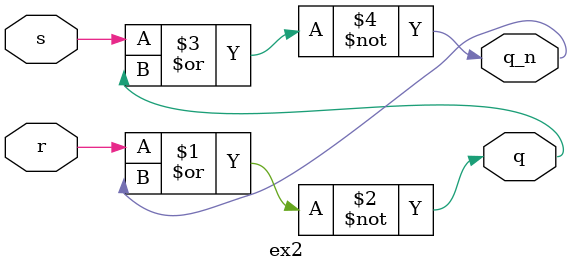
<source format=v>
module ex2
(
	input s,
	input r,
	output q,
	output q_n
);
	assign q = ~( r | q_n ) ;
	assign q_n = ~( s | q ) ;
endmodule

</source>
